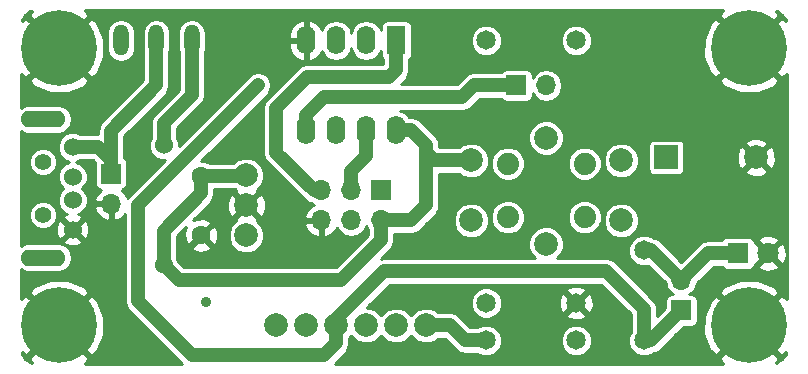
<source format=gbl>
G04 #@! TF.FileFunction,Copper,L2,Bot,Signal*
%FSLAX46Y46*%
G04 Gerber Fmt 4.6, Leading zero omitted, Abs format (unit mm)*
G04 Created by KiCad (PCBNEW 4.0.5) date 06/12/17 11:35:52*
%MOMM*%
%LPD*%
G01*
G04 APERTURE LIST*
%ADD10C,0.100000*%
%ADD11R,2.000000X2.000000*%
%ADD12C,2.000000*%
%ADD13C,1.600000*%
%ADD14R,1.800000X1.800000*%
%ADD15C,1.800000*%
%ADD16C,1.524000*%
%ADD17R,1.600000X2.400000*%
%ADD18O,1.600000X2.400000*%
%ADD19C,1.400000*%
%ADD20O,3.800000X1.400000*%
%ADD21R,1.700000X1.700000*%
%ADD22O,1.700000X1.700000*%
%ADD23C,1.651000*%
%ADD24C,1.879600*%
%ADD25O,1.308000X2.616000*%
%ADD26C,6.400000*%
%ADD27C,0.900000*%
%ADD28C,0.600000*%
%ADD29C,1.200000*%
%ADD30C,0.254000*%
G04 APERTURE END LIST*
D10*
D11*
X175260000Y-87376000D03*
D12*
X182860000Y-87376000D03*
D13*
X135890000Y-93980000D03*
X135890000Y-88980000D03*
D14*
X181356000Y-95504000D03*
D15*
X183896000Y-95504000D03*
D16*
X132715000Y-96520000D03*
X132715000Y-86360000D03*
D17*
X152400000Y-77470000D03*
D18*
X144780000Y-85090000D03*
X149860000Y-77470000D03*
X147320000Y-85090000D03*
X147320000Y-77470000D03*
X149860000Y-85090000D03*
X144780000Y-77470000D03*
X152400000Y-85090000D03*
D16*
X125000000Y-91000000D03*
X125000000Y-89000000D03*
X125000000Y-93500000D03*
X125000000Y-86500000D03*
D19*
X122500000Y-92250000D03*
X122500000Y-87750000D03*
D20*
X122500000Y-84150000D03*
X122500000Y-95850000D03*
D21*
X176530000Y-100330000D03*
D22*
X176530000Y-97790000D03*
D21*
X128250000Y-88750000D03*
D22*
X128250000Y-91290000D03*
D21*
X151130000Y-90170000D03*
D22*
X151130000Y-92710000D03*
X148590000Y-90170000D03*
X148590000Y-92710000D03*
X146050000Y-90170000D03*
X146050000Y-92710000D03*
D21*
X162560000Y-81280000D03*
D22*
X165100000Y-81280000D03*
D23*
X167640000Y-77470000D03*
X160020000Y-77470000D03*
X167640000Y-99695000D03*
X160020000Y-99695000D03*
X173355000Y-95250000D03*
X173355000Y-102870000D03*
X160020000Y-102870000D03*
X167640000Y-102870000D03*
D12*
X171450000Y-92710000D03*
X158750000Y-92710000D03*
X158750000Y-87630000D03*
X171450000Y-87630000D03*
X165080000Y-94720000D03*
X165080000Y-85720000D03*
D24*
X168351200Y-92430600D03*
X161848800Y-92430600D03*
X168351200Y-87909400D03*
X161848800Y-87909400D03*
D25*
X129080000Y-77470000D03*
X132080000Y-77470000D03*
X135080000Y-77470000D03*
D12*
X139700000Y-88900000D03*
X139700000Y-91440000D03*
X139700000Y-93980000D03*
X154940000Y-101600000D03*
X152400000Y-101600000D03*
X149860000Y-101600000D03*
X147320000Y-101600000D03*
X144780000Y-101600000D03*
X142240000Y-101600000D03*
D26*
X123825000Y-78105000D03*
X123825000Y-101600000D03*
X182245000Y-101600000D03*
X182245000Y-78105000D03*
D27*
X136282000Y-99602000D03*
D28*
X140716000Y-81280000D03*
D29*
X132715000Y-96520000D02*
X132715000Y-93599000D01*
X132715000Y-93599000D02*
X135890000Y-90424000D01*
X135890000Y-90424000D02*
X135890000Y-88980000D01*
X132715000Y-96520000D02*
X133985000Y-97790000D01*
X133985000Y-97790000D02*
X147711160Y-97790000D01*
X147711160Y-97790000D02*
X151130000Y-94371160D01*
X151130000Y-94371160D02*
X151130000Y-92710000D01*
X154940000Y-86360000D02*
X154940000Y-86995000D01*
X155575000Y-87630000D02*
X158750000Y-87630000D01*
X154940000Y-86995000D02*
X155575000Y-87630000D01*
X151130000Y-92710000D02*
X153670000Y-92710000D01*
X153670000Y-85090000D02*
X152400000Y-85090000D01*
X154940000Y-86360000D02*
X153670000Y-85090000D01*
X154940000Y-91440000D02*
X154940000Y-86360000D01*
X153670000Y-92710000D02*
X154940000Y-91440000D01*
X135890000Y-88980000D02*
X139620000Y-88980000D01*
X139620000Y-88980000D02*
X139700000Y-88900000D01*
X154940000Y-101600000D02*
X156936440Y-101600000D01*
X156936440Y-101600000D02*
X158206440Y-102870000D01*
X158206440Y-102870000D02*
X160020000Y-102870000D01*
X149860000Y-85090000D02*
X149860000Y-87218351D01*
X149860000Y-87218351D02*
X148590000Y-88488351D01*
X148590000Y-88488351D02*
X148590000Y-90170000D01*
X147320000Y-101600000D02*
X147320000Y-103124000D01*
X130556000Y-91440000D02*
X140716000Y-81280000D01*
X130556000Y-99568000D02*
X130556000Y-91440000D01*
X135128000Y-104140000D02*
X130556000Y-99568000D01*
X146304000Y-104140000D02*
X135128000Y-104140000D01*
X147320000Y-103124000D02*
X146304000Y-104140000D01*
X173355000Y-102870000D02*
X173990000Y-102870000D01*
X173990000Y-102870000D02*
X176530000Y-100330000D01*
X147320000Y-101600000D02*
X147320000Y-101092000D01*
X147320000Y-101092000D02*
X151384000Y-97028000D01*
X173355000Y-100203000D02*
X173355000Y-102870000D01*
X170180000Y-97028000D02*
X173355000Y-100203000D01*
X151384000Y-97028000D02*
X170180000Y-97028000D01*
X144780000Y-85090000D02*
X144780000Y-83820000D01*
X159004000Y-81280000D02*
X162560000Y-81280000D01*
X157988000Y-82296000D02*
X159004000Y-81280000D01*
X146304000Y-82296000D02*
X157988000Y-82296000D01*
X144780000Y-83820000D02*
X146304000Y-82296000D01*
X176530000Y-97790000D02*
X178816000Y-95504000D01*
X178816000Y-95504000D02*
X181356000Y-95504000D01*
X173355000Y-95250000D02*
X173990000Y-95250000D01*
X173990000Y-95250000D02*
X176530000Y-97790000D01*
X135080000Y-77470000D02*
X135080000Y-82090000D01*
X132715000Y-84455000D02*
X132715000Y-86360000D01*
X135080000Y-82090000D02*
X132715000Y-84455000D01*
X146050000Y-90170000D02*
X145415000Y-90170000D01*
X145415000Y-90170000D02*
X142240000Y-86995000D01*
X151817070Y-80592930D02*
X152400000Y-80010000D01*
X142240000Y-86995000D02*
X142240000Y-83185000D01*
X142240000Y-83185000D02*
X144832070Y-80592930D01*
X144832070Y-80592930D02*
X151817070Y-80592930D01*
X152400000Y-80010000D02*
X152400000Y-77470000D01*
X128250000Y-88750000D02*
X128250000Y-85110000D01*
X132080000Y-81280000D02*
X132080000Y-77470000D01*
X128250000Y-85110000D02*
X132080000Y-81280000D01*
X125000000Y-86500000D02*
X127140000Y-86500000D01*
X128250000Y-87610000D02*
X128250000Y-88750000D01*
X127140000Y-86500000D02*
X128250000Y-87610000D01*
D30*
G36*
X179683695Y-75364090D02*
X182245000Y-77925395D01*
X184806305Y-75364090D01*
X184507392Y-74960511D01*
X184651537Y-74989183D01*
X185076719Y-75273281D01*
X185360817Y-75698463D01*
X185389489Y-75842608D01*
X184985910Y-75543695D01*
X182424605Y-78105000D01*
X184985910Y-80666305D01*
X185472000Y-80306280D01*
X185472000Y-99398720D01*
X184985910Y-99038695D01*
X182424605Y-101600000D01*
X184985910Y-104161305D01*
X185389489Y-103862392D01*
X185360817Y-104006537D01*
X185076719Y-104431719D01*
X184651537Y-104715817D01*
X184507392Y-104744489D01*
X184806305Y-104340910D01*
X182245000Y-101779605D01*
X179683695Y-104340910D01*
X180043720Y-104827000D01*
X147183948Y-104827000D01*
X148103474Y-103907474D01*
X148343659Y-103548014D01*
X148428000Y-103124000D01*
X148428000Y-102624706D01*
X148590355Y-102462634D01*
X149004672Y-102877674D01*
X149558724Y-103107737D01*
X150158644Y-103108261D01*
X150713097Y-102879165D01*
X151130355Y-102462634D01*
X151544672Y-102877674D01*
X152098724Y-103107737D01*
X152698644Y-103108261D01*
X153253097Y-102879165D01*
X153670355Y-102462634D01*
X154084672Y-102877674D01*
X154638724Y-103107737D01*
X155238644Y-103108261D01*
X155793097Y-102879165D01*
X155964561Y-102708000D01*
X156477492Y-102708000D01*
X157422966Y-103653474D01*
X157782426Y-103893659D01*
X157851880Y-103907474D01*
X158206440Y-103978000D01*
X159241858Y-103978000D01*
X159263647Y-103999827D01*
X159753587Y-104203268D01*
X160284086Y-104203731D01*
X160774380Y-104001146D01*
X161149827Y-103626353D01*
X161353268Y-103136413D01*
X161353270Y-103134086D01*
X166306269Y-103134086D01*
X166508854Y-103624380D01*
X166883647Y-103999827D01*
X167373587Y-104203268D01*
X167904086Y-104203731D01*
X168394380Y-104001146D01*
X168769827Y-103626353D01*
X168973268Y-103136413D01*
X168973731Y-102605914D01*
X168771146Y-102115620D01*
X168396353Y-101740173D01*
X167906413Y-101536732D01*
X167375914Y-101536269D01*
X166885620Y-101738854D01*
X166510173Y-102113647D01*
X166306732Y-102603587D01*
X166306269Y-103134086D01*
X161353270Y-103134086D01*
X161353731Y-102605914D01*
X161151146Y-102115620D01*
X160776353Y-101740173D01*
X160286413Y-101536732D01*
X159755914Y-101536269D01*
X159265620Y-101738854D01*
X159242434Y-101762000D01*
X158665388Y-101762000D01*
X157719914Y-100816526D01*
X157360454Y-100576341D01*
X156936440Y-100492000D01*
X155964706Y-100492000D01*
X155795328Y-100322326D01*
X155241276Y-100092263D01*
X154641356Y-100091739D01*
X154086903Y-100320835D01*
X153669645Y-100737366D01*
X153255328Y-100322326D01*
X152701276Y-100092263D01*
X152101356Y-100091739D01*
X151546903Y-100320835D01*
X151129645Y-100737366D01*
X150715328Y-100322326D01*
X150161276Y-100092263D01*
X149886925Y-100092023D01*
X150019862Y-99959086D01*
X158686269Y-99959086D01*
X158888854Y-100449380D01*
X159263647Y-100824827D01*
X159753587Y-101028268D01*
X160284086Y-101028731D01*
X160774380Y-100826146D01*
X160879494Y-100721215D01*
X166793390Y-100721215D01*
X166870656Y-100969976D01*
X167417131Y-101167340D01*
X167997535Y-101140553D01*
X168409344Y-100969976D01*
X168486610Y-100721215D01*
X167640000Y-99874605D01*
X166793390Y-100721215D01*
X160879494Y-100721215D01*
X161149827Y-100451353D01*
X161353268Y-99961413D01*
X161353695Y-99472131D01*
X166167660Y-99472131D01*
X166194447Y-100052535D01*
X166365024Y-100464344D01*
X166613785Y-100541610D01*
X167460395Y-99695000D01*
X167819605Y-99695000D01*
X168666215Y-100541610D01*
X168914976Y-100464344D01*
X169112340Y-99917869D01*
X169085553Y-99337465D01*
X168914976Y-98925656D01*
X168666215Y-98848390D01*
X167819605Y-99695000D01*
X167460395Y-99695000D01*
X166613785Y-98848390D01*
X166365024Y-98925656D01*
X166167660Y-99472131D01*
X161353695Y-99472131D01*
X161353731Y-99430914D01*
X161151146Y-98940620D01*
X160879785Y-98668785D01*
X166793390Y-98668785D01*
X167640000Y-99515395D01*
X168486610Y-98668785D01*
X168409344Y-98420024D01*
X167862869Y-98222660D01*
X167282465Y-98249447D01*
X166870656Y-98420024D01*
X166793390Y-98668785D01*
X160879785Y-98668785D01*
X160776353Y-98565173D01*
X160286413Y-98361732D01*
X159755914Y-98361269D01*
X159265620Y-98563854D01*
X158890173Y-98938647D01*
X158686732Y-99428587D01*
X158686269Y-99959086D01*
X150019862Y-99959086D01*
X151842948Y-98136000D01*
X169721052Y-98136000D01*
X172247000Y-100661948D01*
X172247000Y-102091858D01*
X172225173Y-102113647D01*
X172021732Y-102603587D01*
X172021269Y-103134086D01*
X172223854Y-103624380D01*
X172598647Y-103999827D01*
X173088587Y-104203268D01*
X173619086Y-104203731D01*
X174109380Y-104001146D01*
X174168043Y-103942585D01*
X174414014Y-103893659D01*
X174773474Y-103653474D01*
X176090155Y-102336793D01*
X178404913Y-102336793D01*
X178979181Y-103750246D01*
X179008657Y-103794360D01*
X179504090Y-104161305D01*
X182065395Y-101600000D01*
X179504090Y-99038695D01*
X179008657Y-99405640D01*
X178415264Y-100811171D01*
X178404913Y-102336793D01*
X176090155Y-102336793D01*
X176728997Y-101697952D01*
X177380000Y-101697952D01*
X177568253Y-101662530D01*
X177741153Y-101551272D01*
X177857145Y-101381512D01*
X177897952Y-101180000D01*
X177897952Y-99480000D01*
X177862530Y-99291747D01*
X177751272Y-99118847D01*
X177581512Y-99002855D01*
X177380000Y-98962048D01*
X177199879Y-98962048D01*
X177353966Y-98859090D01*
X179683695Y-98859090D01*
X182245000Y-101420395D01*
X184806305Y-98859090D01*
X184439360Y-98363657D01*
X183033829Y-97770264D01*
X181508207Y-97759913D01*
X180094754Y-98334181D01*
X180050640Y-98363657D01*
X179683695Y-98859090D01*
X177353966Y-98859090D01*
X177516856Y-98750251D01*
X177811233Y-98309684D01*
X177869328Y-98017620D01*
X179274948Y-96612000D01*
X179986177Y-96612000D01*
X180084728Y-96765153D01*
X180254488Y-96881145D01*
X180456000Y-96921952D01*
X182256000Y-96921952D01*
X182444253Y-96886530D01*
X182617153Y-96775272D01*
X182733145Y-96605512D01*
X182737469Y-96584159D01*
X182995446Y-96584159D01*
X183081852Y-96840643D01*
X183655336Y-97050458D01*
X184265460Y-97024839D01*
X184710148Y-96840643D01*
X184796554Y-96584159D01*
X183896000Y-95683605D01*
X182995446Y-96584159D01*
X182737469Y-96584159D01*
X182773952Y-96404000D01*
X182773952Y-96390442D01*
X182815841Y-96404554D01*
X183716395Y-95504000D01*
X184075605Y-95504000D01*
X184976159Y-96404554D01*
X185232643Y-96318148D01*
X185442458Y-95744664D01*
X185416839Y-95134540D01*
X185232643Y-94689852D01*
X184976159Y-94603446D01*
X184075605Y-95504000D01*
X183716395Y-95504000D01*
X182815841Y-94603446D01*
X182773952Y-94617558D01*
X182773952Y-94604000D01*
X182740053Y-94423841D01*
X182995446Y-94423841D01*
X183896000Y-95324395D01*
X184796554Y-94423841D01*
X184710148Y-94167357D01*
X184136664Y-93957542D01*
X183526540Y-93983161D01*
X183081852Y-94167357D01*
X182995446Y-94423841D01*
X182740053Y-94423841D01*
X182738530Y-94415747D01*
X182627272Y-94242847D01*
X182457512Y-94126855D01*
X182256000Y-94086048D01*
X180456000Y-94086048D01*
X180267747Y-94121470D01*
X180094847Y-94232728D01*
X179983288Y-94396000D01*
X178816000Y-94396000D01*
X178462334Y-94466348D01*
X178391986Y-94480341D01*
X178032526Y-94720526D01*
X176530000Y-96223052D01*
X174773474Y-94466526D01*
X174414014Y-94226341D01*
X174168607Y-94177527D01*
X174111353Y-94120173D01*
X173621413Y-93916732D01*
X173090914Y-93916269D01*
X172600620Y-94118854D01*
X172225173Y-94493647D01*
X172021732Y-94983587D01*
X172021269Y-95514086D01*
X172223854Y-96004380D01*
X172598647Y-96379827D01*
X173088587Y-96583268D01*
X173619086Y-96583731D01*
X173716523Y-96543471D01*
X175190672Y-98017620D01*
X175248767Y-98309684D01*
X175543144Y-98750251D01*
X175860121Y-98962048D01*
X175680000Y-98962048D01*
X175491747Y-98997470D01*
X175318847Y-99108728D01*
X175202855Y-99278488D01*
X175162048Y-99480000D01*
X175162048Y-100131003D01*
X174463000Y-100830052D01*
X174463000Y-100203000D01*
X174433071Y-100052535D01*
X174378659Y-99778986D01*
X174138474Y-99419526D01*
X170963474Y-96244526D01*
X170604014Y-96004341D01*
X170180000Y-95920000D01*
X166012400Y-95920000D01*
X166357674Y-95575328D01*
X166587737Y-95021276D01*
X166588261Y-94421356D01*
X166359165Y-93866903D01*
X165935328Y-93442326D01*
X165381276Y-93212263D01*
X164781356Y-93211739D01*
X164226903Y-93440835D01*
X163802326Y-93864672D01*
X163572263Y-94418724D01*
X163571739Y-95018644D01*
X163800835Y-95573097D01*
X164147133Y-95920000D01*
X151384000Y-95920000D01*
X151089536Y-95978572D01*
X151913474Y-95154634D01*
X152153659Y-94795174D01*
X152238000Y-94371160D01*
X152238000Y-93818000D01*
X153670000Y-93818000D01*
X154094014Y-93733659D01*
X154453474Y-93493474D01*
X154938304Y-93008644D01*
X157241739Y-93008644D01*
X157470835Y-93563097D01*
X157894672Y-93987674D01*
X158448724Y-94217737D01*
X159048644Y-94218261D01*
X159603097Y-93989165D01*
X160027674Y-93565328D01*
X160257737Y-93011276D01*
X160257993Y-92717322D01*
X160400749Y-92717322D01*
X160620699Y-93249641D01*
X161027616Y-93657269D01*
X161559551Y-93878148D01*
X162135522Y-93878651D01*
X162667841Y-93658701D01*
X163075469Y-93251784D01*
X163296348Y-92719849D01*
X163296350Y-92717322D01*
X166903149Y-92717322D01*
X167123099Y-93249641D01*
X167530016Y-93657269D01*
X168061951Y-93878148D01*
X168637922Y-93878651D01*
X169170241Y-93658701D01*
X169577869Y-93251784D01*
X169678829Y-93008644D01*
X169941739Y-93008644D01*
X170170835Y-93563097D01*
X170594672Y-93987674D01*
X171148724Y-94217737D01*
X171748644Y-94218261D01*
X172303097Y-93989165D01*
X172727674Y-93565328D01*
X172957737Y-93011276D01*
X172958261Y-92411356D01*
X172729165Y-91856903D01*
X172305328Y-91432326D01*
X171751276Y-91202263D01*
X171151356Y-91201739D01*
X170596903Y-91430835D01*
X170172326Y-91854672D01*
X169942263Y-92408724D01*
X169941739Y-93008644D01*
X169678829Y-93008644D01*
X169798748Y-92719849D01*
X169799251Y-92143878D01*
X169579301Y-91611559D01*
X169172384Y-91203931D01*
X168640449Y-90983052D01*
X168064478Y-90982549D01*
X167532159Y-91202499D01*
X167124531Y-91609416D01*
X166903652Y-92141351D01*
X166903149Y-92717322D01*
X163296350Y-92717322D01*
X163296851Y-92143878D01*
X163076901Y-91611559D01*
X162669984Y-91203931D01*
X162138049Y-90983052D01*
X161562078Y-90982549D01*
X161029759Y-91202499D01*
X160622131Y-91609416D01*
X160401252Y-92141351D01*
X160400749Y-92717322D01*
X160257993Y-92717322D01*
X160258261Y-92411356D01*
X160029165Y-91856903D01*
X159605328Y-91432326D01*
X159051276Y-91202263D01*
X158451356Y-91201739D01*
X157896903Y-91430835D01*
X157472326Y-91854672D01*
X157242263Y-92408724D01*
X157241739Y-93008644D01*
X154938304Y-93008644D01*
X155723474Y-92223474D01*
X155963659Y-91864014D01*
X155992238Y-91720337D01*
X156048000Y-91440000D01*
X156048000Y-88738000D01*
X157725294Y-88738000D01*
X157894672Y-88907674D01*
X158448724Y-89137737D01*
X159048644Y-89138261D01*
X159603097Y-88909165D01*
X160027674Y-88485328D01*
X160147763Y-88196122D01*
X160400749Y-88196122D01*
X160620699Y-88728441D01*
X161027616Y-89136069D01*
X161559551Y-89356948D01*
X162135522Y-89357451D01*
X162667841Y-89137501D01*
X163075469Y-88730584D01*
X163296348Y-88198649D01*
X163296350Y-88196122D01*
X166903149Y-88196122D01*
X167123099Y-88728441D01*
X167530016Y-89136069D01*
X168061951Y-89356948D01*
X168637922Y-89357451D01*
X169170241Y-89137501D01*
X169577869Y-88730584D01*
X169798748Y-88198649D01*
X169798983Y-87928644D01*
X169941739Y-87928644D01*
X170170835Y-88483097D01*
X170594672Y-88907674D01*
X171148724Y-89137737D01*
X171748644Y-89138261D01*
X172303097Y-88909165D01*
X172727674Y-88485328D01*
X172957737Y-87931276D01*
X172958261Y-87331356D01*
X172729165Y-86776903D01*
X172328961Y-86376000D01*
X173742048Y-86376000D01*
X173742048Y-88376000D01*
X173777470Y-88564253D01*
X173888728Y-88737153D01*
X174058488Y-88853145D01*
X174260000Y-88893952D01*
X176260000Y-88893952D01*
X176448253Y-88858530D01*
X176621153Y-88747272D01*
X176737145Y-88577512D01*
X176747063Y-88528532D01*
X181887073Y-88528532D01*
X181985736Y-88795387D01*
X182595461Y-89021908D01*
X183245460Y-88997856D01*
X183734264Y-88795387D01*
X183832927Y-88528532D01*
X182860000Y-87555605D01*
X181887073Y-88528532D01*
X176747063Y-88528532D01*
X176777952Y-88376000D01*
X176777952Y-87111461D01*
X181214092Y-87111461D01*
X181238144Y-87761460D01*
X181440613Y-88250264D01*
X181707468Y-88348927D01*
X182680395Y-87376000D01*
X183039605Y-87376000D01*
X184012532Y-88348927D01*
X184279387Y-88250264D01*
X184505908Y-87640539D01*
X184481856Y-86990540D01*
X184279387Y-86501736D01*
X184012532Y-86403073D01*
X183039605Y-87376000D01*
X182680395Y-87376000D01*
X181707468Y-86403073D01*
X181440613Y-86501736D01*
X181214092Y-87111461D01*
X176777952Y-87111461D01*
X176777952Y-86376000D01*
X176749252Y-86223468D01*
X181887073Y-86223468D01*
X182860000Y-87196395D01*
X183832927Y-86223468D01*
X183734264Y-85956613D01*
X183124539Y-85730092D01*
X182474540Y-85754144D01*
X181985736Y-85956613D01*
X181887073Y-86223468D01*
X176749252Y-86223468D01*
X176742530Y-86187747D01*
X176631272Y-86014847D01*
X176461512Y-85898855D01*
X176260000Y-85858048D01*
X174260000Y-85858048D01*
X174071747Y-85893470D01*
X173898847Y-86004728D01*
X173782855Y-86174488D01*
X173742048Y-86376000D01*
X172328961Y-86376000D01*
X172305328Y-86352326D01*
X171751276Y-86122263D01*
X171151356Y-86121739D01*
X170596903Y-86350835D01*
X170172326Y-86774672D01*
X169942263Y-87328724D01*
X169941739Y-87928644D01*
X169798983Y-87928644D01*
X169799251Y-87622678D01*
X169579301Y-87090359D01*
X169172384Y-86682731D01*
X168640449Y-86461852D01*
X168064478Y-86461349D01*
X167532159Y-86681299D01*
X167124531Y-87088216D01*
X166903652Y-87620151D01*
X166903149Y-88196122D01*
X163296350Y-88196122D01*
X163296851Y-87622678D01*
X163076901Y-87090359D01*
X162669984Y-86682731D01*
X162138049Y-86461852D01*
X161562078Y-86461349D01*
X161029759Y-86681299D01*
X160622131Y-87088216D01*
X160401252Y-87620151D01*
X160400749Y-88196122D01*
X160147763Y-88196122D01*
X160257737Y-87931276D01*
X160258261Y-87331356D01*
X160029165Y-86776903D01*
X159605328Y-86352326D01*
X159051276Y-86122263D01*
X158451356Y-86121739D01*
X157896903Y-86350835D01*
X157725439Y-86522000D01*
X156048000Y-86522000D01*
X156048000Y-86360000D01*
X155980101Y-86018644D01*
X163571739Y-86018644D01*
X163800835Y-86573097D01*
X164224672Y-86997674D01*
X164778724Y-87227737D01*
X165378644Y-87228261D01*
X165933097Y-86999165D01*
X166357674Y-86575328D01*
X166587737Y-86021276D01*
X166588261Y-85421356D01*
X166359165Y-84866903D01*
X165935328Y-84442326D01*
X165381276Y-84212263D01*
X164781356Y-84211739D01*
X164226903Y-84440835D01*
X163802326Y-84864672D01*
X163572263Y-85418724D01*
X163571739Y-86018644D01*
X155980101Y-86018644D01*
X155963659Y-85935987D01*
X155963659Y-85935986D01*
X155723474Y-85576526D01*
X154453474Y-84306526D01*
X154094014Y-84066341D01*
X153670000Y-83982000D01*
X153492179Y-83982000D01*
X153324896Y-83731642D01*
X152900550Y-83448104D01*
X152678825Y-83404000D01*
X157988000Y-83404000D01*
X158412014Y-83319659D01*
X158771474Y-83079474D01*
X159462948Y-82388000D01*
X161272351Y-82388000D01*
X161338728Y-82491153D01*
X161508488Y-82607145D01*
X161710000Y-82647952D01*
X163410000Y-82647952D01*
X163598253Y-82612530D01*
X163771153Y-82501272D01*
X163887145Y-82331512D01*
X163927952Y-82130000D01*
X163927952Y-81949879D01*
X164139749Y-82266856D01*
X164580316Y-82561233D01*
X165100000Y-82664605D01*
X165619684Y-82561233D01*
X166060251Y-82266856D01*
X166354628Y-81826289D01*
X166458000Y-81306605D01*
X166458000Y-81253395D01*
X166376946Y-80845910D01*
X179683695Y-80845910D01*
X180050640Y-81341343D01*
X181456171Y-81934736D01*
X182981793Y-81945087D01*
X184395246Y-81370819D01*
X184439360Y-81341343D01*
X184806305Y-80845910D01*
X182245000Y-78284605D01*
X179683695Y-80845910D01*
X166376946Y-80845910D01*
X166354628Y-80733711D01*
X166060251Y-80293144D01*
X165619684Y-79998767D01*
X165100000Y-79895395D01*
X164580316Y-79998767D01*
X164139749Y-80293144D01*
X163927952Y-80610121D01*
X163927952Y-80430000D01*
X163892530Y-80241747D01*
X163781272Y-80068847D01*
X163611512Y-79952855D01*
X163410000Y-79912048D01*
X161710000Y-79912048D01*
X161521747Y-79947470D01*
X161348847Y-80058728D01*
X161271452Y-80172000D01*
X159004000Y-80172000D01*
X158579986Y-80256341D01*
X158220526Y-80496526D01*
X157529052Y-81188000D01*
X152788948Y-81188000D01*
X153183475Y-80793474D01*
X153423659Y-80434013D01*
X153508000Y-80010000D01*
X153508000Y-79075475D01*
X153561153Y-79041272D01*
X153677145Y-78871512D01*
X153683163Y-78841793D01*
X178404913Y-78841793D01*
X178979181Y-80255246D01*
X179008657Y-80299360D01*
X179504090Y-80666305D01*
X182065395Y-78105000D01*
X179504090Y-75543695D01*
X179008657Y-75910640D01*
X178415264Y-77316171D01*
X178404913Y-78841793D01*
X153683163Y-78841793D01*
X153717952Y-78670000D01*
X153717952Y-77734086D01*
X158686269Y-77734086D01*
X158888854Y-78224380D01*
X159263647Y-78599827D01*
X159753587Y-78803268D01*
X160284086Y-78803731D01*
X160774380Y-78601146D01*
X161149827Y-78226353D01*
X161353268Y-77736413D01*
X161353270Y-77734086D01*
X166306269Y-77734086D01*
X166508854Y-78224380D01*
X166883647Y-78599827D01*
X167373587Y-78803268D01*
X167904086Y-78803731D01*
X168394380Y-78601146D01*
X168769827Y-78226353D01*
X168973268Y-77736413D01*
X168973731Y-77205914D01*
X168771146Y-76715620D01*
X168396353Y-76340173D01*
X167906413Y-76136732D01*
X167375914Y-76136269D01*
X166885620Y-76338854D01*
X166510173Y-76713647D01*
X166306732Y-77203587D01*
X166306269Y-77734086D01*
X161353270Y-77734086D01*
X161353731Y-77205914D01*
X161151146Y-76715620D01*
X160776353Y-76340173D01*
X160286413Y-76136732D01*
X159755914Y-76136269D01*
X159265620Y-76338854D01*
X158890173Y-76713647D01*
X158686732Y-77203587D01*
X158686269Y-77734086D01*
X153717952Y-77734086D01*
X153717952Y-76270000D01*
X153682530Y-76081747D01*
X153571272Y-75908847D01*
X153401512Y-75792855D01*
X153200000Y-75752048D01*
X151600000Y-75752048D01*
X151411747Y-75787470D01*
X151238847Y-75898728D01*
X151122855Y-76068488D01*
X151082048Y-76270000D01*
X151082048Y-76604430D01*
X151068434Y-76535988D01*
X150784896Y-76111642D01*
X150360550Y-75828104D01*
X149860000Y-75728538D01*
X149359450Y-75828104D01*
X148935104Y-76111642D01*
X148651566Y-76535988D01*
X148590000Y-76845500D01*
X148528434Y-76535988D01*
X148244896Y-76111642D01*
X147820550Y-75828104D01*
X147320000Y-75728538D01*
X146819450Y-75828104D01*
X146395104Y-76111642D01*
X146111566Y-76535988D01*
X146105235Y-76567818D01*
X146057166Y-76403517D01*
X145704896Y-75965500D01*
X145211819Y-75695633D01*
X145129039Y-75678096D01*
X144907000Y-75800085D01*
X144907000Y-77343000D01*
X144927000Y-77343000D01*
X144927000Y-77597000D01*
X144907000Y-77597000D01*
X144907000Y-79139915D01*
X145129039Y-79261904D01*
X145211819Y-79244367D01*
X145704896Y-78974500D01*
X146057166Y-78536483D01*
X146105235Y-78372182D01*
X146111566Y-78404012D01*
X146395104Y-78828358D01*
X146819450Y-79111896D01*
X147320000Y-79211462D01*
X147820550Y-79111896D01*
X148244896Y-78828358D01*
X148528434Y-78404012D01*
X148590000Y-78094500D01*
X148651566Y-78404012D01*
X148935104Y-78828358D01*
X149359450Y-79111896D01*
X149860000Y-79211462D01*
X150360550Y-79111896D01*
X150784896Y-78828358D01*
X151068434Y-78404012D01*
X151082048Y-78335570D01*
X151082048Y-78670000D01*
X151117470Y-78858253D01*
X151228728Y-79031153D01*
X151292000Y-79074385D01*
X151292000Y-79484930D01*
X144832070Y-79484930D01*
X144408057Y-79569271D01*
X144048596Y-79809455D01*
X141456526Y-82401526D01*
X141216341Y-82760986D01*
X141216341Y-82760987D01*
X141132000Y-83185000D01*
X141132000Y-86995000D01*
X141216341Y-87419014D01*
X141456526Y-87778474D01*
X144631526Y-90953474D01*
X144990986Y-91193659D01*
X145210039Y-91237231D01*
X145423807Y-91380066D01*
X145283076Y-91438355D01*
X144854817Y-91828642D01*
X144608514Y-92353108D01*
X144729181Y-92583000D01*
X145923000Y-92583000D01*
X145923000Y-92563000D01*
X146177000Y-92563000D01*
X146177000Y-92583000D01*
X146197000Y-92583000D01*
X146197000Y-92837000D01*
X146177000Y-92837000D01*
X146177000Y-94030155D01*
X146406890Y-94151476D01*
X146816924Y-93981645D01*
X147245183Y-93591358D01*
X147374817Y-93315322D01*
X147629749Y-93696856D01*
X148070316Y-93991233D01*
X148590000Y-94094605D01*
X149109684Y-93991233D01*
X149550251Y-93696856D01*
X149844628Y-93256289D01*
X149860000Y-93179009D01*
X149875372Y-93256289D01*
X150022000Y-93475734D01*
X150022000Y-93912212D01*
X147252212Y-96682000D01*
X134443948Y-96682000D01*
X133953381Y-96191433D01*
X133823000Y-95875886D01*
X133823000Y-94987745D01*
X135061861Y-94987745D01*
X135135995Y-95233864D01*
X135673223Y-95426965D01*
X136243454Y-95399778D01*
X136644005Y-95233864D01*
X136718139Y-94987745D01*
X135890000Y-94159605D01*
X135061861Y-94987745D01*
X133823000Y-94987745D01*
X133823000Y-94057948D01*
X134625577Y-93255371D01*
X134443035Y-93763223D01*
X134470222Y-94333454D01*
X134636136Y-94734005D01*
X134882255Y-94808139D01*
X135710395Y-93980000D01*
X136069605Y-93980000D01*
X136897745Y-94808139D01*
X137143864Y-94734005D01*
X137307538Y-94278644D01*
X138191739Y-94278644D01*
X138420835Y-94833097D01*
X138844672Y-95257674D01*
X139398724Y-95487737D01*
X139998644Y-95488261D01*
X140553097Y-95259165D01*
X140977674Y-94835328D01*
X141207737Y-94281276D01*
X141208261Y-93681356D01*
X140979165Y-93126903D01*
X140919259Y-93066892D01*
X144608514Y-93066892D01*
X144854817Y-93591358D01*
X145283076Y-93981645D01*
X145693110Y-94151476D01*
X145923000Y-94030155D01*
X145923000Y-92837000D01*
X144729181Y-92837000D01*
X144608514Y-93066892D01*
X140919259Y-93066892D01*
X140611521Y-92758617D01*
X140672927Y-92592532D01*
X139700000Y-91619605D01*
X138727073Y-92592532D01*
X138788625Y-92759012D01*
X138422326Y-93124672D01*
X138192263Y-93678724D01*
X138191739Y-94278644D01*
X137307538Y-94278644D01*
X137336965Y-94196777D01*
X137309778Y-93626546D01*
X137143864Y-93225995D01*
X136897745Y-93151861D01*
X136069605Y-93980000D01*
X135710395Y-93980000D01*
X135696252Y-93965858D01*
X135875858Y-93786252D01*
X135890000Y-93800395D01*
X136718139Y-92972255D01*
X136644005Y-92726136D01*
X136106777Y-92533035D01*
X135536546Y-92560222D01*
X135168118Y-92712830D01*
X136673474Y-91207474D01*
X136694864Y-91175461D01*
X138054092Y-91175461D01*
X138078144Y-91825460D01*
X138280613Y-92314264D01*
X138547468Y-92412927D01*
X139520395Y-91440000D01*
X139879605Y-91440000D01*
X140852532Y-92412927D01*
X141119387Y-92314264D01*
X141345908Y-91704539D01*
X141321856Y-91054540D01*
X141119387Y-90565736D01*
X140852532Y-90467073D01*
X139879605Y-91440000D01*
X139520395Y-91440000D01*
X138547468Y-90467073D01*
X138280613Y-90565736D01*
X138054092Y-91175461D01*
X136694864Y-91175461D01*
X136913659Y-90848014D01*
X136998000Y-90424000D01*
X136998000Y-90088000D01*
X138755154Y-90088000D01*
X138788479Y-90121383D01*
X138727073Y-90287468D01*
X139700000Y-91260395D01*
X140672927Y-90287468D01*
X140611375Y-90120988D01*
X140977674Y-89755328D01*
X141207737Y-89201276D01*
X141208261Y-88601356D01*
X140979165Y-88046903D01*
X140555328Y-87622326D01*
X140001276Y-87392263D01*
X139401356Y-87391739D01*
X138846903Y-87620835D01*
X138595299Y-87872000D01*
X136632112Y-87872000D01*
X136631890Y-87871778D01*
X136151319Y-87672228D01*
X135890947Y-87672001D01*
X141499474Y-82063474D01*
X141739659Y-81704014D01*
X141824000Y-81280000D01*
X141739659Y-80855986D01*
X141499474Y-80496526D01*
X141140014Y-80256341D01*
X140716000Y-80172000D01*
X140291986Y-80256341D01*
X139932526Y-80496526D01*
X133984927Y-86444125D01*
X133985220Y-86108490D01*
X133823000Y-85715886D01*
X133823000Y-84913948D01*
X135863474Y-82873474D01*
X136103659Y-82514014D01*
X136188000Y-82090000D01*
X136188000Y-78431054D01*
X136242000Y-78159578D01*
X136242000Y-77597000D01*
X143345000Y-77597000D01*
X143345000Y-77997000D01*
X143502834Y-78536483D01*
X143855104Y-78974500D01*
X144348181Y-79244367D01*
X144430961Y-79261904D01*
X144653000Y-79139915D01*
X144653000Y-77597000D01*
X143345000Y-77597000D01*
X136242000Y-77597000D01*
X136242000Y-76943000D01*
X143345000Y-76943000D01*
X143345000Y-77343000D01*
X144653000Y-77343000D01*
X144653000Y-75800085D01*
X144430961Y-75678096D01*
X144348181Y-75695633D01*
X143855104Y-75965500D01*
X143502834Y-76403517D01*
X143345000Y-76943000D01*
X136242000Y-76943000D01*
X136242000Y-76780422D01*
X136153548Y-76335744D01*
X135901658Y-75958764D01*
X135524678Y-75706874D01*
X135080000Y-75618422D01*
X134635322Y-75706874D01*
X134258342Y-75958764D01*
X134006452Y-76335744D01*
X133918000Y-76780422D01*
X133918000Y-78159578D01*
X133972000Y-78431054D01*
X133972000Y-81631052D01*
X131931526Y-83671526D01*
X131691341Y-84030986D01*
X131639224Y-84293000D01*
X131607000Y-84455000D01*
X131607000Y-85716665D01*
X131445221Y-86106273D01*
X131444780Y-86611510D01*
X131637718Y-87078458D01*
X131994663Y-87436026D01*
X132461273Y-87629779D01*
X132798978Y-87630074D01*
X129772526Y-90656526D01*
X129651771Y-90837248D01*
X129521645Y-90523076D01*
X129144765Y-90109529D01*
X129288253Y-90082530D01*
X129461153Y-89971272D01*
X129577145Y-89801512D01*
X129617952Y-89600000D01*
X129617952Y-87900000D01*
X129582530Y-87711747D01*
X129471272Y-87538847D01*
X129358000Y-87461452D01*
X129358000Y-85568948D01*
X132863474Y-82063474D01*
X133103659Y-81704014D01*
X133188000Y-81280000D01*
X133188000Y-78431054D01*
X133242000Y-78159578D01*
X133242000Y-76780422D01*
X133153548Y-76335744D01*
X132901658Y-75958764D01*
X132524678Y-75706874D01*
X132080000Y-75618422D01*
X131635322Y-75706874D01*
X131258342Y-75958764D01*
X131006452Y-76335744D01*
X130918000Y-76780422D01*
X130918000Y-78159578D01*
X130972000Y-78431054D01*
X130972000Y-80821052D01*
X127466526Y-84326526D01*
X127226341Y-84685986D01*
X127190355Y-84866903D01*
X127142000Y-85110000D01*
X127142000Y-85392398D01*
X127140000Y-85392000D01*
X125643335Y-85392000D01*
X125253727Y-85230221D01*
X124748490Y-85229780D01*
X124281542Y-85422718D01*
X123923974Y-85779663D01*
X123730221Y-86246273D01*
X123729780Y-86751510D01*
X123922718Y-87218458D01*
X124279663Y-87576026D01*
X124699096Y-87750189D01*
X124281542Y-87922718D01*
X123923974Y-88279663D01*
X123730221Y-88746273D01*
X123729780Y-89251510D01*
X123922718Y-89718458D01*
X124203947Y-90000178D01*
X123923974Y-90279663D01*
X123730221Y-90746273D01*
X123729780Y-91251510D01*
X123922718Y-91718458D01*
X124279663Y-92076026D01*
X124517292Y-92174698D01*
X124268857Y-92277603D01*
X124199392Y-92519787D01*
X125000000Y-93320395D01*
X125800608Y-92519787D01*
X125731143Y-92277603D01*
X125464163Y-92182354D01*
X125718458Y-92077282D01*
X126076026Y-91720337D01*
X126106523Y-91646890D01*
X126808524Y-91646890D01*
X126978355Y-92056924D01*
X127368642Y-92485183D01*
X127893108Y-92731486D01*
X128123000Y-92610819D01*
X128123000Y-91417000D01*
X126929845Y-91417000D01*
X126808524Y-91646890D01*
X126106523Y-91646890D01*
X126269779Y-91253727D01*
X126270220Y-90748490D01*
X126077282Y-90281542D01*
X125796053Y-89999822D01*
X126076026Y-89720337D01*
X126269779Y-89253727D01*
X126270220Y-88748490D01*
X126077282Y-88281542D01*
X125720337Y-87923974D01*
X125300904Y-87749811D01*
X125644114Y-87608000D01*
X126681052Y-87608000D01*
X126897373Y-87824321D01*
X126882048Y-87900000D01*
X126882048Y-89600000D01*
X126917470Y-89788253D01*
X127028728Y-89961153D01*
X127198488Y-90077145D01*
X127355729Y-90108987D01*
X126978355Y-90523076D01*
X126808524Y-90933110D01*
X126929845Y-91163000D01*
X128123000Y-91163000D01*
X128123000Y-91143000D01*
X128377000Y-91143000D01*
X128377000Y-91163000D01*
X128397000Y-91163000D01*
X128397000Y-91417000D01*
X128377000Y-91417000D01*
X128377000Y-92610819D01*
X128606892Y-92731486D01*
X129131358Y-92485183D01*
X129448000Y-92137734D01*
X129448000Y-99568000D01*
X129532341Y-99992014D01*
X129772526Y-100351474D01*
X134248051Y-104827000D01*
X126026280Y-104827000D01*
X126386305Y-104340910D01*
X123825000Y-101779605D01*
X121263695Y-104340910D01*
X121562608Y-104744489D01*
X121418463Y-104715817D01*
X120993281Y-104431719D01*
X120709183Y-104006537D01*
X120680511Y-103862392D01*
X121084090Y-104161305D01*
X123645395Y-101600000D01*
X124004605Y-101600000D01*
X126565910Y-104161305D01*
X127061343Y-103794360D01*
X127654736Y-102388829D01*
X127665087Y-100863207D01*
X127090819Y-99449754D01*
X127061343Y-99405640D01*
X126565910Y-99038695D01*
X124004605Y-101600000D01*
X123645395Y-101600000D01*
X121084090Y-99038695D01*
X120598000Y-99398720D01*
X120598000Y-98859090D01*
X121263695Y-98859090D01*
X123825000Y-101420395D01*
X126386305Y-98859090D01*
X126019360Y-98363657D01*
X124613829Y-97770264D01*
X123088207Y-97759913D01*
X121674754Y-98334181D01*
X121630640Y-98363657D01*
X121263695Y-98859090D01*
X120598000Y-98859090D01*
X120598000Y-96837394D01*
X120790542Y-96966046D01*
X121252824Y-97058000D01*
X123747176Y-97058000D01*
X124209458Y-96966046D01*
X124601361Y-96704185D01*
X124863222Y-96312282D01*
X124955176Y-95850000D01*
X124863222Y-95387718D01*
X124601361Y-94995815D01*
X124209458Y-94733954D01*
X123747176Y-94642000D01*
X121252824Y-94642000D01*
X120790542Y-94733954D01*
X120598000Y-94862606D01*
X120598000Y-94480213D01*
X124199392Y-94480213D01*
X124268857Y-94722397D01*
X124792302Y-94909144D01*
X125347368Y-94881362D01*
X125731143Y-94722397D01*
X125800608Y-94480213D01*
X125000000Y-93679605D01*
X124199392Y-94480213D01*
X120598000Y-94480213D01*
X120598000Y-92489232D01*
X121291791Y-92489232D01*
X121475310Y-92933383D01*
X121814830Y-93273495D01*
X122258660Y-93457790D01*
X122739232Y-93458209D01*
X123140758Y-93292302D01*
X123590856Y-93292302D01*
X123618638Y-93847368D01*
X123777603Y-94231143D01*
X124019787Y-94300608D01*
X124820395Y-93500000D01*
X125179605Y-93500000D01*
X125980213Y-94300608D01*
X126222397Y-94231143D01*
X126409144Y-93707698D01*
X126381362Y-93152632D01*
X126222397Y-92768857D01*
X125980213Y-92699392D01*
X125179605Y-93500000D01*
X124820395Y-93500000D01*
X124019787Y-92699392D01*
X123777603Y-92768857D01*
X123590856Y-93292302D01*
X123140758Y-93292302D01*
X123183383Y-93274690D01*
X123523495Y-92935170D01*
X123707790Y-92491340D01*
X123708209Y-92010768D01*
X123524690Y-91566617D01*
X123185170Y-91226505D01*
X122741340Y-91042210D01*
X122260768Y-91041791D01*
X121816617Y-91225310D01*
X121476505Y-91564830D01*
X121292210Y-92008660D01*
X121291791Y-92489232D01*
X120598000Y-92489232D01*
X120598000Y-87989232D01*
X121291791Y-87989232D01*
X121475310Y-88433383D01*
X121814830Y-88773495D01*
X122258660Y-88957790D01*
X122739232Y-88958209D01*
X123183383Y-88774690D01*
X123523495Y-88435170D01*
X123707790Y-87991340D01*
X123708209Y-87510768D01*
X123524690Y-87066617D01*
X123185170Y-86726505D01*
X122741340Y-86542210D01*
X122260768Y-86541791D01*
X121816617Y-86725310D01*
X121476505Y-87064830D01*
X121292210Y-87508660D01*
X121291791Y-87989232D01*
X120598000Y-87989232D01*
X120598000Y-85137394D01*
X120790542Y-85266046D01*
X121252824Y-85358000D01*
X123747176Y-85358000D01*
X124209458Y-85266046D01*
X124601361Y-85004185D01*
X124863222Y-84612282D01*
X124955176Y-84150000D01*
X124863222Y-83687718D01*
X124601361Y-83295815D01*
X124209458Y-83033954D01*
X123747176Y-82942000D01*
X121252824Y-82942000D01*
X120790542Y-83033954D01*
X120598000Y-83162606D01*
X120598000Y-80845910D01*
X121263695Y-80845910D01*
X121630640Y-81341343D01*
X123036171Y-81934736D01*
X124561793Y-81945087D01*
X125975246Y-81370819D01*
X126019360Y-81341343D01*
X126386305Y-80845910D01*
X123825000Y-78284605D01*
X121263695Y-80845910D01*
X120598000Y-80845910D01*
X120598000Y-80306280D01*
X121084090Y-80666305D01*
X123645395Y-78105000D01*
X124004605Y-78105000D01*
X126565910Y-80666305D01*
X127061343Y-80299360D01*
X127654736Y-78893829D01*
X127665087Y-77368207D01*
X127426278Y-76780422D01*
X127918000Y-76780422D01*
X127918000Y-78159578D01*
X128006452Y-78604256D01*
X128258342Y-78981236D01*
X128635322Y-79233126D01*
X129080000Y-79321578D01*
X129524678Y-79233126D01*
X129901658Y-78981236D01*
X130153548Y-78604256D01*
X130242000Y-78159578D01*
X130242000Y-76780422D01*
X130153548Y-76335744D01*
X129901658Y-75958764D01*
X129524678Y-75706874D01*
X129080000Y-75618422D01*
X128635322Y-75706874D01*
X128258342Y-75958764D01*
X128006452Y-76335744D01*
X127918000Y-76780422D01*
X127426278Y-76780422D01*
X127090819Y-75954754D01*
X127061343Y-75910640D01*
X126565910Y-75543695D01*
X124004605Y-78105000D01*
X123645395Y-78105000D01*
X121084090Y-75543695D01*
X120680511Y-75842608D01*
X120709183Y-75698463D01*
X120993281Y-75273281D01*
X121418463Y-74989183D01*
X121562608Y-74960511D01*
X121263695Y-75364090D01*
X123825000Y-77925395D01*
X126386305Y-75364090D01*
X126026280Y-74878000D01*
X180043720Y-74878000D01*
X179683695Y-75364090D01*
X179683695Y-75364090D01*
G37*
X179683695Y-75364090D02*
X182245000Y-77925395D01*
X184806305Y-75364090D01*
X184507392Y-74960511D01*
X184651537Y-74989183D01*
X185076719Y-75273281D01*
X185360817Y-75698463D01*
X185389489Y-75842608D01*
X184985910Y-75543695D01*
X182424605Y-78105000D01*
X184985910Y-80666305D01*
X185472000Y-80306280D01*
X185472000Y-99398720D01*
X184985910Y-99038695D01*
X182424605Y-101600000D01*
X184985910Y-104161305D01*
X185389489Y-103862392D01*
X185360817Y-104006537D01*
X185076719Y-104431719D01*
X184651537Y-104715817D01*
X184507392Y-104744489D01*
X184806305Y-104340910D01*
X182245000Y-101779605D01*
X179683695Y-104340910D01*
X180043720Y-104827000D01*
X147183948Y-104827000D01*
X148103474Y-103907474D01*
X148343659Y-103548014D01*
X148428000Y-103124000D01*
X148428000Y-102624706D01*
X148590355Y-102462634D01*
X149004672Y-102877674D01*
X149558724Y-103107737D01*
X150158644Y-103108261D01*
X150713097Y-102879165D01*
X151130355Y-102462634D01*
X151544672Y-102877674D01*
X152098724Y-103107737D01*
X152698644Y-103108261D01*
X153253097Y-102879165D01*
X153670355Y-102462634D01*
X154084672Y-102877674D01*
X154638724Y-103107737D01*
X155238644Y-103108261D01*
X155793097Y-102879165D01*
X155964561Y-102708000D01*
X156477492Y-102708000D01*
X157422966Y-103653474D01*
X157782426Y-103893659D01*
X157851880Y-103907474D01*
X158206440Y-103978000D01*
X159241858Y-103978000D01*
X159263647Y-103999827D01*
X159753587Y-104203268D01*
X160284086Y-104203731D01*
X160774380Y-104001146D01*
X161149827Y-103626353D01*
X161353268Y-103136413D01*
X161353270Y-103134086D01*
X166306269Y-103134086D01*
X166508854Y-103624380D01*
X166883647Y-103999827D01*
X167373587Y-104203268D01*
X167904086Y-104203731D01*
X168394380Y-104001146D01*
X168769827Y-103626353D01*
X168973268Y-103136413D01*
X168973731Y-102605914D01*
X168771146Y-102115620D01*
X168396353Y-101740173D01*
X167906413Y-101536732D01*
X167375914Y-101536269D01*
X166885620Y-101738854D01*
X166510173Y-102113647D01*
X166306732Y-102603587D01*
X166306269Y-103134086D01*
X161353270Y-103134086D01*
X161353731Y-102605914D01*
X161151146Y-102115620D01*
X160776353Y-101740173D01*
X160286413Y-101536732D01*
X159755914Y-101536269D01*
X159265620Y-101738854D01*
X159242434Y-101762000D01*
X158665388Y-101762000D01*
X157719914Y-100816526D01*
X157360454Y-100576341D01*
X156936440Y-100492000D01*
X155964706Y-100492000D01*
X155795328Y-100322326D01*
X155241276Y-100092263D01*
X154641356Y-100091739D01*
X154086903Y-100320835D01*
X153669645Y-100737366D01*
X153255328Y-100322326D01*
X152701276Y-100092263D01*
X152101356Y-100091739D01*
X151546903Y-100320835D01*
X151129645Y-100737366D01*
X150715328Y-100322326D01*
X150161276Y-100092263D01*
X149886925Y-100092023D01*
X150019862Y-99959086D01*
X158686269Y-99959086D01*
X158888854Y-100449380D01*
X159263647Y-100824827D01*
X159753587Y-101028268D01*
X160284086Y-101028731D01*
X160774380Y-100826146D01*
X160879494Y-100721215D01*
X166793390Y-100721215D01*
X166870656Y-100969976D01*
X167417131Y-101167340D01*
X167997535Y-101140553D01*
X168409344Y-100969976D01*
X168486610Y-100721215D01*
X167640000Y-99874605D01*
X166793390Y-100721215D01*
X160879494Y-100721215D01*
X161149827Y-100451353D01*
X161353268Y-99961413D01*
X161353695Y-99472131D01*
X166167660Y-99472131D01*
X166194447Y-100052535D01*
X166365024Y-100464344D01*
X166613785Y-100541610D01*
X167460395Y-99695000D01*
X167819605Y-99695000D01*
X168666215Y-100541610D01*
X168914976Y-100464344D01*
X169112340Y-99917869D01*
X169085553Y-99337465D01*
X168914976Y-98925656D01*
X168666215Y-98848390D01*
X167819605Y-99695000D01*
X167460395Y-99695000D01*
X166613785Y-98848390D01*
X166365024Y-98925656D01*
X166167660Y-99472131D01*
X161353695Y-99472131D01*
X161353731Y-99430914D01*
X161151146Y-98940620D01*
X160879785Y-98668785D01*
X166793390Y-98668785D01*
X167640000Y-99515395D01*
X168486610Y-98668785D01*
X168409344Y-98420024D01*
X167862869Y-98222660D01*
X167282465Y-98249447D01*
X166870656Y-98420024D01*
X166793390Y-98668785D01*
X160879785Y-98668785D01*
X160776353Y-98565173D01*
X160286413Y-98361732D01*
X159755914Y-98361269D01*
X159265620Y-98563854D01*
X158890173Y-98938647D01*
X158686732Y-99428587D01*
X158686269Y-99959086D01*
X150019862Y-99959086D01*
X151842948Y-98136000D01*
X169721052Y-98136000D01*
X172247000Y-100661948D01*
X172247000Y-102091858D01*
X172225173Y-102113647D01*
X172021732Y-102603587D01*
X172021269Y-103134086D01*
X172223854Y-103624380D01*
X172598647Y-103999827D01*
X173088587Y-104203268D01*
X173619086Y-104203731D01*
X174109380Y-104001146D01*
X174168043Y-103942585D01*
X174414014Y-103893659D01*
X174773474Y-103653474D01*
X176090155Y-102336793D01*
X178404913Y-102336793D01*
X178979181Y-103750246D01*
X179008657Y-103794360D01*
X179504090Y-104161305D01*
X182065395Y-101600000D01*
X179504090Y-99038695D01*
X179008657Y-99405640D01*
X178415264Y-100811171D01*
X178404913Y-102336793D01*
X176090155Y-102336793D01*
X176728997Y-101697952D01*
X177380000Y-101697952D01*
X177568253Y-101662530D01*
X177741153Y-101551272D01*
X177857145Y-101381512D01*
X177897952Y-101180000D01*
X177897952Y-99480000D01*
X177862530Y-99291747D01*
X177751272Y-99118847D01*
X177581512Y-99002855D01*
X177380000Y-98962048D01*
X177199879Y-98962048D01*
X177353966Y-98859090D01*
X179683695Y-98859090D01*
X182245000Y-101420395D01*
X184806305Y-98859090D01*
X184439360Y-98363657D01*
X183033829Y-97770264D01*
X181508207Y-97759913D01*
X180094754Y-98334181D01*
X180050640Y-98363657D01*
X179683695Y-98859090D01*
X177353966Y-98859090D01*
X177516856Y-98750251D01*
X177811233Y-98309684D01*
X177869328Y-98017620D01*
X179274948Y-96612000D01*
X179986177Y-96612000D01*
X180084728Y-96765153D01*
X180254488Y-96881145D01*
X180456000Y-96921952D01*
X182256000Y-96921952D01*
X182444253Y-96886530D01*
X182617153Y-96775272D01*
X182733145Y-96605512D01*
X182737469Y-96584159D01*
X182995446Y-96584159D01*
X183081852Y-96840643D01*
X183655336Y-97050458D01*
X184265460Y-97024839D01*
X184710148Y-96840643D01*
X184796554Y-96584159D01*
X183896000Y-95683605D01*
X182995446Y-96584159D01*
X182737469Y-96584159D01*
X182773952Y-96404000D01*
X182773952Y-96390442D01*
X182815841Y-96404554D01*
X183716395Y-95504000D01*
X184075605Y-95504000D01*
X184976159Y-96404554D01*
X185232643Y-96318148D01*
X185442458Y-95744664D01*
X185416839Y-95134540D01*
X185232643Y-94689852D01*
X184976159Y-94603446D01*
X184075605Y-95504000D01*
X183716395Y-95504000D01*
X182815841Y-94603446D01*
X182773952Y-94617558D01*
X182773952Y-94604000D01*
X182740053Y-94423841D01*
X182995446Y-94423841D01*
X183896000Y-95324395D01*
X184796554Y-94423841D01*
X184710148Y-94167357D01*
X184136664Y-93957542D01*
X183526540Y-93983161D01*
X183081852Y-94167357D01*
X182995446Y-94423841D01*
X182740053Y-94423841D01*
X182738530Y-94415747D01*
X182627272Y-94242847D01*
X182457512Y-94126855D01*
X182256000Y-94086048D01*
X180456000Y-94086048D01*
X180267747Y-94121470D01*
X180094847Y-94232728D01*
X179983288Y-94396000D01*
X178816000Y-94396000D01*
X178462334Y-94466348D01*
X178391986Y-94480341D01*
X178032526Y-94720526D01*
X176530000Y-96223052D01*
X174773474Y-94466526D01*
X174414014Y-94226341D01*
X174168607Y-94177527D01*
X174111353Y-94120173D01*
X173621413Y-93916732D01*
X173090914Y-93916269D01*
X172600620Y-94118854D01*
X172225173Y-94493647D01*
X172021732Y-94983587D01*
X172021269Y-95514086D01*
X172223854Y-96004380D01*
X172598647Y-96379827D01*
X173088587Y-96583268D01*
X173619086Y-96583731D01*
X173716523Y-96543471D01*
X175190672Y-98017620D01*
X175248767Y-98309684D01*
X175543144Y-98750251D01*
X175860121Y-98962048D01*
X175680000Y-98962048D01*
X175491747Y-98997470D01*
X175318847Y-99108728D01*
X175202855Y-99278488D01*
X175162048Y-99480000D01*
X175162048Y-100131003D01*
X174463000Y-100830052D01*
X174463000Y-100203000D01*
X174433071Y-100052535D01*
X174378659Y-99778986D01*
X174138474Y-99419526D01*
X170963474Y-96244526D01*
X170604014Y-96004341D01*
X170180000Y-95920000D01*
X166012400Y-95920000D01*
X166357674Y-95575328D01*
X166587737Y-95021276D01*
X166588261Y-94421356D01*
X166359165Y-93866903D01*
X165935328Y-93442326D01*
X165381276Y-93212263D01*
X164781356Y-93211739D01*
X164226903Y-93440835D01*
X163802326Y-93864672D01*
X163572263Y-94418724D01*
X163571739Y-95018644D01*
X163800835Y-95573097D01*
X164147133Y-95920000D01*
X151384000Y-95920000D01*
X151089536Y-95978572D01*
X151913474Y-95154634D01*
X152153659Y-94795174D01*
X152238000Y-94371160D01*
X152238000Y-93818000D01*
X153670000Y-93818000D01*
X154094014Y-93733659D01*
X154453474Y-93493474D01*
X154938304Y-93008644D01*
X157241739Y-93008644D01*
X157470835Y-93563097D01*
X157894672Y-93987674D01*
X158448724Y-94217737D01*
X159048644Y-94218261D01*
X159603097Y-93989165D01*
X160027674Y-93565328D01*
X160257737Y-93011276D01*
X160257993Y-92717322D01*
X160400749Y-92717322D01*
X160620699Y-93249641D01*
X161027616Y-93657269D01*
X161559551Y-93878148D01*
X162135522Y-93878651D01*
X162667841Y-93658701D01*
X163075469Y-93251784D01*
X163296348Y-92719849D01*
X163296350Y-92717322D01*
X166903149Y-92717322D01*
X167123099Y-93249641D01*
X167530016Y-93657269D01*
X168061951Y-93878148D01*
X168637922Y-93878651D01*
X169170241Y-93658701D01*
X169577869Y-93251784D01*
X169678829Y-93008644D01*
X169941739Y-93008644D01*
X170170835Y-93563097D01*
X170594672Y-93987674D01*
X171148724Y-94217737D01*
X171748644Y-94218261D01*
X172303097Y-93989165D01*
X172727674Y-93565328D01*
X172957737Y-93011276D01*
X172958261Y-92411356D01*
X172729165Y-91856903D01*
X172305328Y-91432326D01*
X171751276Y-91202263D01*
X171151356Y-91201739D01*
X170596903Y-91430835D01*
X170172326Y-91854672D01*
X169942263Y-92408724D01*
X169941739Y-93008644D01*
X169678829Y-93008644D01*
X169798748Y-92719849D01*
X169799251Y-92143878D01*
X169579301Y-91611559D01*
X169172384Y-91203931D01*
X168640449Y-90983052D01*
X168064478Y-90982549D01*
X167532159Y-91202499D01*
X167124531Y-91609416D01*
X166903652Y-92141351D01*
X166903149Y-92717322D01*
X163296350Y-92717322D01*
X163296851Y-92143878D01*
X163076901Y-91611559D01*
X162669984Y-91203931D01*
X162138049Y-90983052D01*
X161562078Y-90982549D01*
X161029759Y-91202499D01*
X160622131Y-91609416D01*
X160401252Y-92141351D01*
X160400749Y-92717322D01*
X160257993Y-92717322D01*
X160258261Y-92411356D01*
X160029165Y-91856903D01*
X159605328Y-91432326D01*
X159051276Y-91202263D01*
X158451356Y-91201739D01*
X157896903Y-91430835D01*
X157472326Y-91854672D01*
X157242263Y-92408724D01*
X157241739Y-93008644D01*
X154938304Y-93008644D01*
X155723474Y-92223474D01*
X155963659Y-91864014D01*
X155992238Y-91720337D01*
X156048000Y-91440000D01*
X156048000Y-88738000D01*
X157725294Y-88738000D01*
X157894672Y-88907674D01*
X158448724Y-89137737D01*
X159048644Y-89138261D01*
X159603097Y-88909165D01*
X160027674Y-88485328D01*
X160147763Y-88196122D01*
X160400749Y-88196122D01*
X160620699Y-88728441D01*
X161027616Y-89136069D01*
X161559551Y-89356948D01*
X162135522Y-89357451D01*
X162667841Y-89137501D01*
X163075469Y-88730584D01*
X163296348Y-88198649D01*
X163296350Y-88196122D01*
X166903149Y-88196122D01*
X167123099Y-88728441D01*
X167530016Y-89136069D01*
X168061951Y-89356948D01*
X168637922Y-89357451D01*
X169170241Y-89137501D01*
X169577869Y-88730584D01*
X169798748Y-88198649D01*
X169798983Y-87928644D01*
X169941739Y-87928644D01*
X170170835Y-88483097D01*
X170594672Y-88907674D01*
X171148724Y-89137737D01*
X171748644Y-89138261D01*
X172303097Y-88909165D01*
X172727674Y-88485328D01*
X172957737Y-87931276D01*
X172958261Y-87331356D01*
X172729165Y-86776903D01*
X172328961Y-86376000D01*
X173742048Y-86376000D01*
X173742048Y-88376000D01*
X173777470Y-88564253D01*
X173888728Y-88737153D01*
X174058488Y-88853145D01*
X174260000Y-88893952D01*
X176260000Y-88893952D01*
X176448253Y-88858530D01*
X176621153Y-88747272D01*
X176737145Y-88577512D01*
X176747063Y-88528532D01*
X181887073Y-88528532D01*
X181985736Y-88795387D01*
X182595461Y-89021908D01*
X183245460Y-88997856D01*
X183734264Y-88795387D01*
X183832927Y-88528532D01*
X182860000Y-87555605D01*
X181887073Y-88528532D01*
X176747063Y-88528532D01*
X176777952Y-88376000D01*
X176777952Y-87111461D01*
X181214092Y-87111461D01*
X181238144Y-87761460D01*
X181440613Y-88250264D01*
X181707468Y-88348927D01*
X182680395Y-87376000D01*
X183039605Y-87376000D01*
X184012532Y-88348927D01*
X184279387Y-88250264D01*
X184505908Y-87640539D01*
X184481856Y-86990540D01*
X184279387Y-86501736D01*
X184012532Y-86403073D01*
X183039605Y-87376000D01*
X182680395Y-87376000D01*
X181707468Y-86403073D01*
X181440613Y-86501736D01*
X181214092Y-87111461D01*
X176777952Y-87111461D01*
X176777952Y-86376000D01*
X176749252Y-86223468D01*
X181887073Y-86223468D01*
X182860000Y-87196395D01*
X183832927Y-86223468D01*
X183734264Y-85956613D01*
X183124539Y-85730092D01*
X182474540Y-85754144D01*
X181985736Y-85956613D01*
X181887073Y-86223468D01*
X176749252Y-86223468D01*
X176742530Y-86187747D01*
X176631272Y-86014847D01*
X176461512Y-85898855D01*
X176260000Y-85858048D01*
X174260000Y-85858048D01*
X174071747Y-85893470D01*
X173898847Y-86004728D01*
X173782855Y-86174488D01*
X173742048Y-86376000D01*
X172328961Y-86376000D01*
X172305328Y-86352326D01*
X171751276Y-86122263D01*
X171151356Y-86121739D01*
X170596903Y-86350835D01*
X170172326Y-86774672D01*
X169942263Y-87328724D01*
X169941739Y-87928644D01*
X169798983Y-87928644D01*
X169799251Y-87622678D01*
X169579301Y-87090359D01*
X169172384Y-86682731D01*
X168640449Y-86461852D01*
X168064478Y-86461349D01*
X167532159Y-86681299D01*
X167124531Y-87088216D01*
X166903652Y-87620151D01*
X166903149Y-88196122D01*
X163296350Y-88196122D01*
X163296851Y-87622678D01*
X163076901Y-87090359D01*
X162669984Y-86682731D01*
X162138049Y-86461852D01*
X161562078Y-86461349D01*
X161029759Y-86681299D01*
X160622131Y-87088216D01*
X160401252Y-87620151D01*
X160400749Y-88196122D01*
X160147763Y-88196122D01*
X160257737Y-87931276D01*
X160258261Y-87331356D01*
X160029165Y-86776903D01*
X159605328Y-86352326D01*
X159051276Y-86122263D01*
X158451356Y-86121739D01*
X157896903Y-86350835D01*
X157725439Y-86522000D01*
X156048000Y-86522000D01*
X156048000Y-86360000D01*
X155980101Y-86018644D01*
X163571739Y-86018644D01*
X163800835Y-86573097D01*
X164224672Y-86997674D01*
X164778724Y-87227737D01*
X165378644Y-87228261D01*
X165933097Y-86999165D01*
X166357674Y-86575328D01*
X166587737Y-86021276D01*
X166588261Y-85421356D01*
X166359165Y-84866903D01*
X165935328Y-84442326D01*
X165381276Y-84212263D01*
X164781356Y-84211739D01*
X164226903Y-84440835D01*
X163802326Y-84864672D01*
X163572263Y-85418724D01*
X163571739Y-86018644D01*
X155980101Y-86018644D01*
X155963659Y-85935987D01*
X155963659Y-85935986D01*
X155723474Y-85576526D01*
X154453474Y-84306526D01*
X154094014Y-84066341D01*
X153670000Y-83982000D01*
X153492179Y-83982000D01*
X153324896Y-83731642D01*
X152900550Y-83448104D01*
X152678825Y-83404000D01*
X157988000Y-83404000D01*
X158412014Y-83319659D01*
X158771474Y-83079474D01*
X159462948Y-82388000D01*
X161272351Y-82388000D01*
X161338728Y-82491153D01*
X161508488Y-82607145D01*
X161710000Y-82647952D01*
X163410000Y-82647952D01*
X163598253Y-82612530D01*
X163771153Y-82501272D01*
X163887145Y-82331512D01*
X163927952Y-82130000D01*
X163927952Y-81949879D01*
X164139749Y-82266856D01*
X164580316Y-82561233D01*
X165100000Y-82664605D01*
X165619684Y-82561233D01*
X166060251Y-82266856D01*
X166354628Y-81826289D01*
X166458000Y-81306605D01*
X166458000Y-81253395D01*
X166376946Y-80845910D01*
X179683695Y-80845910D01*
X180050640Y-81341343D01*
X181456171Y-81934736D01*
X182981793Y-81945087D01*
X184395246Y-81370819D01*
X184439360Y-81341343D01*
X184806305Y-80845910D01*
X182245000Y-78284605D01*
X179683695Y-80845910D01*
X166376946Y-80845910D01*
X166354628Y-80733711D01*
X166060251Y-80293144D01*
X165619684Y-79998767D01*
X165100000Y-79895395D01*
X164580316Y-79998767D01*
X164139749Y-80293144D01*
X163927952Y-80610121D01*
X163927952Y-80430000D01*
X163892530Y-80241747D01*
X163781272Y-80068847D01*
X163611512Y-79952855D01*
X163410000Y-79912048D01*
X161710000Y-79912048D01*
X161521747Y-79947470D01*
X161348847Y-80058728D01*
X161271452Y-80172000D01*
X159004000Y-80172000D01*
X158579986Y-80256341D01*
X158220526Y-80496526D01*
X157529052Y-81188000D01*
X152788948Y-81188000D01*
X153183475Y-80793474D01*
X153423659Y-80434013D01*
X153508000Y-80010000D01*
X153508000Y-79075475D01*
X153561153Y-79041272D01*
X153677145Y-78871512D01*
X153683163Y-78841793D01*
X178404913Y-78841793D01*
X178979181Y-80255246D01*
X179008657Y-80299360D01*
X179504090Y-80666305D01*
X182065395Y-78105000D01*
X179504090Y-75543695D01*
X179008657Y-75910640D01*
X178415264Y-77316171D01*
X178404913Y-78841793D01*
X153683163Y-78841793D01*
X153717952Y-78670000D01*
X153717952Y-77734086D01*
X158686269Y-77734086D01*
X158888854Y-78224380D01*
X159263647Y-78599827D01*
X159753587Y-78803268D01*
X160284086Y-78803731D01*
X160774380Y-78601146D01*
X161149827Y-78226353D01*
X161353268Y-77736413D01*
X161353270Y-77734086D01*
X166306269Y-77734086D01*
X166508854Y-78224380D01*
X166883647Y-78599827D01*
X167373587Y-78803268D01*
X167904086Y-78803731D01*
X168394380Y-78601146D01*
X168769827Y-78226353D01*
X168973268Y-77736413D01*
X168973731Y-77205914D01*
X168771146Y-76715620D01*
X168396353Y-76340173D01*
X167906413Y-76136732D01*
X167375914Y-76136269D01*
X166885620Y-76338854D01*
X166510173Y-76713647D01*
X166306732Y-77203587D01*
X166306269Y-77734086D01*
X161353270Y-77734086D01*
X161353731Y-77205914D01*
X161151146Y-76715620D01*
X160776353Y-76340173D01*
X160286413Y-76136732D01*
X159755914Y-76136269D01*
X159265620Y-76338854D01*
X158890173Y-76713647D01*
X158686732Y-77203587D01*
X158686269Y-77734086D01*
X153717952Y-77734086D01*
X153717952Y-76270000D01*
X153682530Y-76081747D01*
X153571272Y-75908847D01*
X153401512Y-75792855D01*
X153200000Y-75752048D01*
X151600000Y-75752048D01*
X151411747Y-75787470D01*
X151238847Y-75898728D01*
X151122855Y-76068488D01*
X151082048Y-76270000D01*
X151082048Y-76604430D01*
X151068434Y-76535988D01*
X150784896Y-76111642D01*
X150360550Y-75828104D01*
X149860000Y-75728538D01*
X149359450Y-75828104D01*
X148935104Y-76111642D01*
X148651566Y-76535988D01*
X148590000Y-76845500D01*
X148528434Y-76535988D01*
X148244896Y-76111642D01*
X147820550Y-75828104D01*
X147320000Y-75728538D01*
X146819450Y-75828104D01*
X146395104Y-76111642D01*
X146111566Y-76535988D01*
X146105235Y-76567818D01*
X146057166Y-76403517D01*
X145704896Y-75965500D01*
X145211819Y-75695633D01*
X145129039Y-75678096D01*
X144907000Y-75800085D01*
X144907000Y-77343000D01*
X144927000Y-77343000D01*
X144927000Y-77597000D01*
X144907000Y-77597000D01*
X144907000Y-79139915D01*
X145129039Y-79261904D01*
X145211819Y-79244367D01*
X145704896Y-78974500D01*
X146057166Y-78536483D01*
X146105235Y-78372182D01*
X146111566Y-78404012D01*
X146395104Y-78828358D01*
X146819450Y-79111896D01*
X147320000Y-79211462D01*
X147820550Y-79111896D01*
X148244896Y-78828358D01*
X148528434Y-78404012D01*
X148590000Y-78094500D01*
X148651566Y-78404012D01*
X148935104Y-78828358D01*
X149359450Y-79111896D01*
X149860000Y-79211462D01*
X150360550Y-79111896D01*
X150784896Y-78828358D01*
X151068434Y-78404012D01*
X151082048Y-78335570D01*
X151082048Y-78670000D01*
X151117470Y-78858253D01*
X151228728Y-79031153D01*
X151292000Y-79074385D01*
X151292000Y-79484930D01*
X144832070Y-79484930D01*
X144408057Y-79569271D01*
X144048596Y-79809455D01*
X141456526Y-82401526D01*
X141216341Y-82760986D01*
X141216341Y-82760987D01*
X141132000Y-83185000D01*
X141132000Y-86995000D01*
X141216341Y-87419014D01*
X141456526Y-87778474D01*
X144631526Y-90953474D01*
X144990986Y-91193659D01*
X145210039Y-91237231D01*
X145423807Y-91380066D01*
X145283076Y-91438355D01*
X144854817Y-91828642D01*
X144608514Y-92353108D01*
X144729181Y-92583000D01*
X145923000Y-92583000D01*
X145923000Y-92563000D01*
X146177000Y-92563000D01*
X146177000Y-92583000D01*
X146197000Y-92583000D01*
X146197000Y-92837000D01*
X146177000Y-92837000D01*
X146177000Y-94030155D01*
X146406890Y-94151476D01*
X146816924Y-93981645D01*
X147245183Y-93591358D01*
X147374817Y-93315322D01*
X147629749Y-93696856D01*
X148070316Y-93991233D01*
X148590000Y-94094605D01*
X149109684Y-93991233D01*
X149550251Y-93696856D01*
X149844628Y-93256289D01*
X149860000Y-93179009D01*
X149875372Y-93256289D01*
X150022000Y-93475734D01*
X150022000Y-93912212D01*
X147252212Y-96682000D01*
X134443948Y-96682000D01*
X133953381Y-96191433D01*
X133823000Y-95875886D01*
X133823000Y-94987745D01*
X135061861Y-94987745D01*
X135135995Y-95233864D01*
X135673223Y-95426965D01*
X136243454Y-95399778D01*
X136644005Y-95233864D01*
X136718139Y-94987745D01*
X135890000Y-94159605D01*
X135061861Y-94987745D01*
X133823000Y-94987745D01*
X133823000Y-94057948D01*
X134625577Y-93255371D01*
X134443035Y-93763223D01*
X134470222Y-94333454D01*
X134636136Y-94734005D01*
X134882255Y-94808139D01*
X135710395Y-93980000D01*
X136069605Y-93980000D01*
X136897745Y-94808139D01*
X137143864Y-94734005D01*
X137307538Y-94278644D01*
X138191739Y-94278644D01*
X138420835Y-94833097D01*
X138844672Y-95257674D01*
X139398724Y-95487737D01*
X139998644Y-95488261D01*
X140553097Y-95259165D01*
X140977674Y-94835328D01*
X141207737Y-94281276D01*
X141208261Y-93681356D01*
X140979165Y-93126903D01*
X140919259Y-93066892D01*
X144608514Y-93066892D01*
X144854817Y-93591358D01*
X145283076Y-93981645D01*
X145693110Y-94151476D01*
X145923000Y-94030155D01*
X145923000Y-92837000D01*
X144729181Y-92837000D01*
X144608514Y-93066892D01*
X140919259Y-93066892D01*
X140611521Y-92758617D01*
X140672927Y-92592532D01*
X139700000Y-91619605D01*
X138727073Y-92592532D01*
X138788625Y-92759012D01*
X138422326Y-93124672D01*
X138192263Y-93678724D01*
X138191739Y-94278644D01*
X137307538Y-94278644D01*
X137336965Y-94196777D01*
X137309778Y-93626546D01*
X137143864Y-93225995D01*
X136897745Y-93151861D01*
X136069605Y-93980000D01*
X135710395Y-93980000D01*
X135696252Y-93965858D01*
X135875858Y-93786252D01*
X135890000Y-93800395D01*
X136718139Y-92972255D01*
X136644005Y-92726136D01*
X136106777Y-92533035D01*
X135536546Y-92560222D01*
X135168118Y-92712830D01*
X136673474Y-91207474D01*
X136694864Y-91175461D01*
X138054092Y-91175461D01*
X138078144Y-91825460D01*
X138280613Y-92314264D01*
X138547468Y-92412927D01*
X139520395Y-91440000D01*
X139879605Y-91440000D01*
X140852532Y-92412927D01*
X141119387Y-92314264D01*
X141345908Y-91704539D01*
X141321856Y-91054540D01*
X141119387Y-90565736D01*
X140852532Y-90467073D01*
X139879605Y-91440000D01*
X139520395Y-91440000D01*
X138547468Y-90467073D01*
X138280613Y-90565736D01*
X138054092Y-91175461D01*
X136694864Y-91175461D01*
X136913659Y-90848014D01*
X136998000Y-90424000D01*
X136998000Y-90088000D01*
X138755154Y-90088000D01*
X138788479Y-90121383D01*
X138727073Y-90287468D01*
X139700000Y-91260395D01*
X140672927Y-90287468D01*
X140611375Y-90120988D01*
X140977674Y-89755328D01*
X141207737Y-89201276D01*
X141208261Y-88601356D01*
X140979165Y-88046903D01*
X140555328Y-87622326D01*
X140001276Y-87392263D01*
X139401356Y-87391739D01*
X138846903Y-87620835D01*
X138595299Y-87872000D01*
X136632112Y-87872000D01*
X136631890Y-87871778D01*
X136151319Y-87672228D01*
X135890947Y-87672001D01*
X141499474Y-82063474D01*
X141739659Y-81704014D01*
X141824000Y-81280000D01*
X141739659Y-80855986D01*
X141499474Y-80496526D01*
X141140014Y-80256341D01*
X140716000Y-80172000D01*
X140291986Y-80256341D01*
X139932526Y-80496526D01*
X133984927Y-86444125D01*
X133985220Y-86108490D01*
X133823000Y-85715886D01*
X133823000Y-84913948D01*
X135863474Y-82873474D01*
X136103659Y-82514014D01*
X136188000Y-82090000D01*
X136188000Y-78431054D01*
X136242000Y-78159578D01*
X136242000Y-77597000D01*
X143345000Y-77597000D01*
X143345000Y-77997000D01*
X143502834Y-78536483D01*
X143855104Y-78974500D01*
X144348181Y-79244367D01*
X144430961Y-79261904D01*
X144653000Y-79139915D01*
X144653000Y-77597000D01*
X143345000Y-77597000D01*
X136242000Y-77597000D01*
X136242000Y-76943000D01*
X143345000Y-76943000D01*
X143345000Y-77343000D01*
X144653000Y-77343000D01*
X144653000Y-75800085D01*
X144430961Y-75678096D01*
X144348181Y-75695633D01*
X143855104Y-75965500D01*
X143502834Y-76403517D01*
X143345000Y-76943000D01*
X136242000Y-76943000D01*
X136242000Y-76780422D01*
X136153548Y-76335744D01*
X135901658Y-75958764D01*
X135524678Y-75706874D01*
X135080000Y-75618422D01*
X134635322Y-75706874D01*
X134258342Y-75958764D01*
X134006452Y-76335744D01*
X133918000Y-76780422D01*
X133918000Y-78159578D01*
X133972000Y-78431054D01*
X133972000Y-81631052D01*
X131931526Y-83671526D01*
X131691341Y-84030986D01*
X131639224Y-84293000D01*
X131607000Y-84455000D01*
X131607000Y-85716665D01*
X131445221Y-86106273D01*
X131444780Y-86611510D01*
X131637718Y-87078458D01*
X131994663Y-87436026D01*
X132461273Y-87629779D01*
X132798978Y-87630074D01*
X129772526Y-90656526D01*
X129651771Y-90837248D01*
X129521645Y-90523076D01*
X129144765Y-90109529D01*
X129288253Y-90082530D01*
X129461153Y-89971272D01*
X129577145Y-89801512D01*
X129617952Y-89600000D01*
X129617952Y-87900000D01*
X129582530Y-87711747D01*
X129471272Y-87538847D01*
X129358000Y-87461452D01*
X129358000Y-85568948D01*
X132863474Y-82063474D01*
X133103659Y-81704014D01*
X133188000Y-81280000D01*
X133188000Y-78431054D01*
X133242000Y-78159578D01*
X133242000Y-76780422D01*
X133153548Y-76335744D01*
X132901658Y-75958764D01*
X132524678Y-75706874D01*
X132080000Y-75618422D01*
X131635322Y-75706874D01*
X131258342Y-75958764D01*
X131006452Y-76335744D01*
X130918000Y-76780422D01*
X130918000Y-78159578D01*
X130972000Y-78431054D01*
X130972000Y-80821052D01*
X127466526Y-84326526D01*
X127226341Y-84685986D01*
X127190355Y-84866903D01*
X127142000Y-85110000D01*
X127142000Y-85392398D01*
X127140000Y-85392000D01*
X125643335Y-85392000D01*
X125253727Y-85230221D01*
X124748490Y-85229780D01*
X124281542Y-85422718D01*
X123923974Y-85779663D01*
X123730221Y-86246273D01*
X123729780Y-86751510D01*
X123922718Y-87218458D01*
X124279663Y-87576026D01*
X124699096Y-87750189D01*
X124281542Y-87922718D01*
X123923974Y-88279663D01*
X123730221Y-88746273D01*
X123729780Y-89251510D01*
X123922718Y-89718458D01*
X124203947Y-90000178D01*
X123923974Y-90279663D01*
X123730221Y-90746273D01*
X123729780Y-91251510D01*
X123922718Y-91718458D01*
X124279663Y-92076026D01*
X124517292Y-92174698D01*
X124268857Y-92277603D01*
X124199392Y-92519787D01*
X125000000Y-93320395D01*
X125800608Y-92519787D01*
X125731143Y-92277603D01*
X125464163Y-92182354D01*
X125718458Y-92077282D01*
X126076026Y-91720337D01*
X126106523Y-91646890D01*
X126808524Y-91646890D01*
X126978355Y-92056924D01*
X127368642Y-92485183D01*
X127893108Y-92731486D01*
X128123000Y-92610819D01*
X128123000Y-91417000D01*
X126929845Y-91417000D01*
X126808524Y-91646890D01*
X126106523Y-91646890D01*
X126269779Y-91253727D01*
X126270220Y-90748490D01*
X126077282Y-90281542D01*
X125796053Y-89999822D01*
X126076026Y-89720337D01*
X126269779Y-89253727D01*
X126270220Y-88748490D01*
X126077282Y-88281542D01*
X125720337Y-87923974D01*
X125300904Y-87749811D01*
X125644114Y-87608000D01*
X126681052Y-87608000D01*
X126897373Y-87824321D01*
X126882048Y-87900000D01*
X126882048Y-89600000D01*
X126917470Y-89788253D01*
X127028728Y-89961153D01*
X127198488Y-90077145D01*
X127355729Y-90108987D01*
X126978355Y-90523076D01*
X126808524Y-90933110D01*
X126929845Y-91163000D01*
X128123000Y-91163000D01*
X128123000Y-91143000D01*
X128377000Y-91143000D01*
X128377000Y-91163000D01*
X128397000Y-91163000D01*
X128397000Y-91417000D01*
X128377000Y-91417000D01*
X128377000Y-92610819D01*
X128606892Y-92731486D01*
X129131358Y-92485183D01*
X129448000Y-92137734D01*
X129448000Y-99568000D01*
X129532341Y-99992014D01*
X129772526Y-100351474D01*
X134248051Y-104827000D01*
X126026280Y-104827000D01*
X126386305Y-104340910D01*
X123825000Y-101779605D01*
X121263695Y-104340910D01*
X121562608Y-104744489D01*
X121418463Y-104715817D01*
X120993281Y-104431719D01*
X120709183Y-104006537D01*
X120680511Y-103862392D01*
X121084090Y-104161305D01*
X123645395Y-101600000D01*
X124004605Y-101600000D01*
X126565910Y-104161305D01*
X127061343Y-103794360D01*
X127654736Y-102388829D01*
X127665087Y-100863207D01*
X127090819Y-99449754D01*
X127061343Y-99405640D01*
X126565910Y-99038695D01*
X124004605Y-101600000D01*
X123645395Y-101600000D01*
X121084090Y-99038695D01*
X120598000Y-99398720D01*
X120598000Y-98859090D01*
X121263695Y-98859090D01*
X123825000Y-101420395D01*
X126386305Y-98859090D01*
X126019360Y-98363657D01*
X124613829Y-97770264D01*
X123088207Y-97759913D01*
X121674754Y-98334181D01*
X121630640Y-98363657D01*
X121263695Y-98859090D01*
X120598000Y-98859090D01*
X120598000Y-96837394D01*
X120790542Y-96966046D01*
X121252824Y-97058000D01*
X123747176Y-97058000D01*
X124209458Y-96966046D01*
X124601361Y-96704185D01*
X124863222Y-96312282D01*
X124955176Y-95850000D01*
X124863222Y-95387718D01*
X124601361Y-94995815D01*
X124209458Y-94733954D01*
X123747176Y-94642000D01*
X121252824Y-94642000D01*
X120790542Y-94733954D01*
X120598000Y-94862606D01*
X120598000Y-94480213D01*
X124199392Y-94480213D01*
X124268857Y-94722397D01*
X124792302Y-94909144D01*
X125347368Y-94881362D01*
X125731143Y-94722397D01*
X125800608Y-94480213D01*
X125000000Y-93679605D01*
X124199392Y-94480213D01*
X120598000Y-94480213D01*
X120598000Y-92489232D01*
X121291791Y-92489232D01*
X121475310Y-92933383D01*
X121814830Y-93273495D01*
X122258660Y-93457790D01*
X122739232Y-93458209D01*
X123140758Y-93292302D01*
X123590856Y-93292302D01*
X123618638Y-93847368D01*
X123777603Y-94231143D01*
X124019787Y-94300608D01*
X124820395Y-93500000D01*
X125179605Y-93500000D01*
X125980213Y-94300608D01*
X126222397Y-94231143D01*
X126409144Y-93707698D01*
X126381362Y-93152632D01*
X126222397Y-92768857D01*
X125980213Y-92699392D01*
X125179605Y-93500000D01*
X124820395Y-93500000D01*
X124019787Y-92699392D01*
X123777603Y-92768857D01*
X123590856Y-93292302D01*
X123140758Y-93292302D01*
X123183383Y-93274690D01*
X123523495Y-92935170D01*
X123707790Y-92491340D01*
X123708209Y-92010768D01*
X123524690Y-91566617D01*
X123185170Y-91226505D01*
X122741340Y-91042210D01*
X122260768Y-91041791D01*
X121816617Y-91225310D01*
X121476505Y-91564830D01*
X121292210Y-92008660D01*
X121291791Y-92489232D01*
X120598000Y-92489232D01*
X120598000Y-87989232D01*
X121291791Y-87989232D01*
X121475310Y-88433383D01*
X121814830Y-88773495D01*
X122258660Y-88957790D01*
X122739232Y-88958209D01*
X123183383Y-88774690D01*
X123523495Y-88435170D01*
X123707790Y-87991340D01*
X123708209Y-87510768D01*
X123524690Y-87066617D01*
X123185170Y-86726505D01*
X122741340Y-86542210D01*
X122260768Y-86541791D01*
X121816617Y-86725310D01*
X121476505Y-87064830D01*
X121292210Y-87508660D01*
X121291791Y-87989232D01*
X120598000Y-87989232D01*
X120598000Y-85137394D01*
X120790542Y-85266046D01*
X121252824Y-85358000D01*
X123747176Y-85358000D01*
X124209458Y-85266046D01*
X124601361Y-85004185D01*
X124863222Y-84612282D01*
X124955176Y-84150000D01*
X124863222Y-83687718D01*
X124601361Y-83295815D01*
X124209458Y-83033954D01*
X123747176Y-82942000D01*
X121252824Y-82942000D01*
X120790542Y-83033954D01*
X120598000Y-83162606D01*
X120598000Y-80845910D01*
X121263695Y-80845910D01*
X121630640Y-81341343D01*
X123036171Y-81934736D01*
X124561793Y-81945087D01*
X125975246Y-81370819D01*
X126019360Y-81341343D01*
X126386305Y-80845910D01*
X123825000Y-78284605D01*
X121263695Y-80845910D01*
X120598000Y-80845910D01*
X120598000Y-80306280D01*
X121084090Y-80666305D01*
X123645395Y-78105000D01*
X124004605Y-78105000D01*
X126565910Y-80666305D01*
X127061343Y-80299360D01*
X127654736Y-78893829D01*
X127665087Y-77368207D01*
X127426278Y-76780422D01*
X127918000Y-76780422D01*
X127918000Y-78159578D01*
X128006452Y-78604256D01*
X128258342Y-78981236D01*
X128635322Y-79233126D01*
X129080000Y-79321578D01*
X129524678Y-79233126D01*
X129901658Y-78981236D01*
X130153548Y-78604256D01*
X130242000Y-78159578D01*
X130242000Y-76780422D01*
X130153548Y-76335744D01*
X129901658Y-75958764D01*
X129524678Y-75706874D01*
X129080000Y-75618422D01*
X128635322Y-75706874D01*
X128258342Y-75958764D01*
X128006452Y-76335744D01*
X127918000Y-76780422D01*
X127426278Y-76780422D01*
X127090819Y-75954754D01*
X127061343Y-75910640D01*
X126565910Y-75543695D01*
X124004605Y-78105000D01*
X123645395Y-78105000D01*
X121084090Y-75543695D01*
X120680511Y-75842608D01*
X120709183Y-75698463D01*
X120993281Y-75273281D01*
X121418463Y-74989183D01*
X121562608Y-74960511D01*
X121263695Y-75364090D01*
X123825000Y-77925395D01*
X126386305Y-75364090D01*
X126026280Y-74878000D01*
X180043720Y-74878000D01*
X179683695Y-75364090D01*
M02*

</source>
